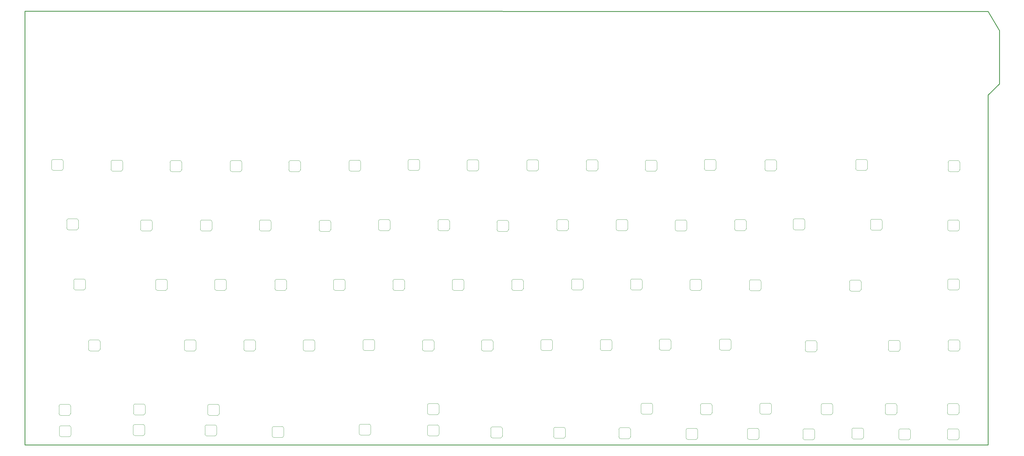
<source format=gko>
G04 Layer: BoardOutlineLayer*
G04 EasyEDA v6.5.48, 2025-03-21 03:43:35*
G04 8df40c406dd64a40a88ac0f89ec13ad7,969951738f564c6b9e5867b4eeab67b3,10*
G04 Gerber Generator version 0.2*
G04 Scale: 100 percent, Rotated: No, Reflected: No *
G04 Dimensions in inches *
G04 leading zeros omitted , absolute positions ,3 integer and 6 decimal *
%FSLAX36Y36*%
%MOIN*%

%ADD10C,0.0100*%
%ADD11C,0.0010*%
D10*
X12660000Y-2195000D02*
G01*
X12660000Y-2275000D01*
X255000Y-2275000D01*
X255000Y3252100D01*
X255000Y3310000D01*
X12660000Y2224400D02*
G01*
X12660000Y2230000D01*
X12805000Y2375000D01*
X12805000Y3060000D01*
X12805000Y3060000D01*
X12660000Y3307100D01*
X12660000Y2224400D02*
G01*
X12660000Y-2210000D01*
X255000Y3310000D02*
G01*
X12660000Y3307100D01*
D11*
G75*
G01*
X10905197Y-2177244D02*
G03*
X10924882Y-2200866I23620J-330D01*
X10924881Y-2200866D02*
G01*
X11035118Y-2200866D01*
G75*
G01*
X11035118Y-2200866D02*
G03*
X11054803Y-2177244I-3935J23292D01*
X11054803Y-2177244D02*
G01*
X11054803Y-2177244D01*
X11054803Y-2177244D02*
G01*
X11054803Y-2082755D01*
G75*
G01*
X11054803Y-2082756D02*
G03*
X11035118Y-2059134I-23620J330D01*
X11035118Y-2059133D02*
G01*
X10924881Y-2059133D01*
G75*
G01*
X10924882Y-2059134D02*
G03*
X10905197Y-2082756I3935J-23292D01*
X10905196Y-2082755D02*
G01*
X10905196Y-2177244D01*
G75*
G01*
X11510197Y-2187244D02*
G03*
X11529882Y-2210866I23620J-330D01*
X11529881Y-2210866D02*
G01*
X11640118Y-2210866D01*
G75*
G01*
X11640118Y-2210866D02*
G03*
X11659803Y-2187244I-3935J23292D01*
X11659803Y-2187244D02*
G01*
X11659803Y-2187244D01*
X11659803Y-2187244D02*
G01*
X11659803Y-2092755D01*
G75*
G01*
X11659803Y-2092756D02*
G03*
X11640118Y-2069134I-23620J330D01*
X11640118Y-2069133D02*
G01*
X11529881Y-2069133D01*
G75*
G01*
X11529882Y-2069134D02*
G03*
X11510197Y-2092756I3935J-23292D01*
X11510196Y-2092755D02*
G01*
X11510196Y-2187244D01*
G75*
G01*
X1650197Y-2132244D02*
G03*
X1669882Y-2155866I23620J-330D01*
X1669881Y-2155866D02*
G01*
X1780118Y-2155866D01*
G75*
G01*
X1780118Y-2155866D02*
G03*
X1799803Y-2132244I-3935J23292D01*
X1799803Y-2132244D02*
G01*
X1799803Y-2132244D01*
X1799803Y-2132244D02*
G01*
X1799803Y-2037755D01*
G75*
G01*
X1799803Y-2037756D02*
G03*
X1780118Y-2014134I-23620J330D01*
X1780118Y-2014133D02*
G01*
X1669881Y-2014133D01*
G75*
G01*
X1669882Y-2014134D02*
G03*
X1650197Y-2037756I3935J-23292D01*
X1650196Y-2037755D02*
G01*
X1650196Y-2132244D01*
G75*
G01*
X2575197Y-2137244D02*
G03*
X2594882Y-2160866I23620J-330D01*
X2594881Y-2160866D02*
G01*
X2705118Y-2160866D01*
G75*
G01*
X2705118Y-2160866D02*
G03*
X2724803Y-2137244I-3935J23292D01*
X2724803Y-2137244D02*
G01*
X2724803Y-2137244D01*
X2724803Y-2137244D02*
G01*
X2724803Y-2042755D01*
G75*
G01*
X2724803Y-2042756D02*
G03*
X2705118Y-2019134I-23620J330D01*
X2705118Y-2019133D02*
G01*
X2594881Y-2019133D01*
G75*
G01*
X2594882Y-2019134D02*
G03*
X2575197Y-2042756I3935J-23292D01*
X2575196Y-2042755D02*
G01*
X2575196Y-2137244D01*
G75*
G01*
X3440197Y-2157244D02*
G03*
X3459882Y-2180866I23620J-330D01*
X3459881Y-2180866D02*
G01*
X3570118Y-2180866D01*
G75*
G01*
X3570118Y-2180866D02*
G03*
X3589803Y-2157244I-3935J23292D01*
X3589803Y-2157244D02*
G01*
X3589803Y-2157244D01*
X3589803Y-2157244D02*
G01*
X3589803Y-2062755D01*
G75*
G01*
X3589803Y-2062756D02*
G03*
X3570118Y-2039134I-23620J330D01*
X3570118Y-2039133D02*
G01*
X3459881Y-2039133D01*
G75*
G01*
X3459882Y-2039134D02*
G03*
X3440197Y-2062756I3935J-23292D01*
X3440196Y-2062755D02*
G01*
X3440196Y-2157244D01*
G75*
G01*
X4560197Y-2127244D02*
G03*
X4579882Y-2150866I23620J-330D01*
X4579881Y-2150866D02*
G01*
X4690118Y-2150866D01*
G75*
G01*
X4690118Y-2150866D02*
G03*
X4709803Y-2127244I-3935J23292D01*
X4709803Y-2127244D02*
G01*
X4709803Y-2127244D01*
X4709803Y-2127244D02*
G01*
X4709803Y-2032755D01*
G75*
G01*
X4709803Y-2032756D02*
G03*
X4690118Y-2009134I-23620J330D01*
X4690118Y-2009133D02*
G01*
X4579881Y-2009133D01*
G75*
G01*
X4579882Y-2009134D02*
G03*
X4560197Y-2032756I3935J-23292D01*
X4560196Y-2032755D02*
G01*
X4560196Y-2127244D01*
G75*
G01*
X5440197Y-2137244D02*
G03*
X5459882Y-2160866I23620J-330D01*
X5459881Y-2160866D02*
G01*
X5570118Y-2160866D01*
G75*
G01*
X5570118Y-2160866D02*
G03*
X5589803Y-2137244I-3935J23292D01*
X5589803Y-2137244D02*
G01*
X5589803Y-2137244D01*
X5589803Y-2137244D02*
G01*
X5589803Y-2042755D01*
G75*
G01*
X5589803Y-2042756D02*
G03*
X5570118Y-2019134I-23620J330D01*
X5570118Y-2019133D02*
G01*
X5459881Y-2019133D01*
G75*
G01*
X5459882Y-2019134D02*
G03*
X5440197Y-2042756I3935J-23292D01*
X5440196Y-2042755D02*
G01*
X5440196Y-2137244D01*
G75*
G01*
X6255197Y-2162244D02*
G03*
X6274882Y-2185866I23620J-330D01*
X6274881Y-2185866D02*
G01*
X6385118Y-2185866D01*
G75*
G01*
X6385118Y-2185866D02*
G03*
X6404803Y-2162244I-3935J23292D01*
X6404803Y-2162244D02*
G01*
X6404803Y-2162244D01*
X6404803Y-2162244D02*
G01*
X6404803Y-2067755D01*
G75*
G01*
X6404803Y-2067756D02*
G03*
X6385118Y-2044134I-23620J330D01*
X6385118Y-2044133D02*
G01*
X6274881Y-2044133D01*
G75*
G01*
X6274882Y-2044134D02*
G03*
X6255197Y-2067756I3935J-23292D01*
X6255196Y-2067755D02*
G01*
X6255196Y-2162244D01*
G75*
G01*
X7065197Y-2167244D02*
G03*
X7084882Y-2190866I23620J-330D01*
X7084881Y-2190866D02*
G01*
X7195118Y-2190866D01*
G75*
G01*
X7195118Y-2190866D02*
G03*
X7214803Y-2167244I-3935J23292D01*
X7214803Y-2167244D02*
G01*
X7214803Y-2167244D01*
X7214803Y-2167244D02*
G01*
X7214803Y-2072755D01*
G75*
G01*
X7214803Y-2072756D02*
G03*
X7195118Y-2049134I-23620J330D01*
X7195118Y-2049133D02*
G01*
X7084881Y-2049133D01*
G75*
G01*
X7084882Y-2049134D02*
G03*
X7065197Y-2072756I3935J-23292D01*
X7065196Y-2072755D02*
G01*
X7065196Y-2167244D01*
G75*
G01*
X7905197Y-2172244D02*
G03*
X7924882Y-2195866I23620J-330D01*
X7924881Y-2195866D02*
G01*
X8035118Y-2195866D01*
G75*
G01*
X8035118Y-2195866D02*
G03*
X8054803Y-2172244I-3935J23292D01*
X8054803Y-2172244D02*
G01*
X8054803Y-2172244D01*
X8054803Y-2172244D02*
G01*
X8054803Y-2077755D01*
G75*
G01*
X8054803Y-2077756D02*
G03*
X8035118Y-2054134I-23620J330D01*
X8035118Y-2054133D02*
G01*
X7924881Y-2054133D01*
G75*
G01*
X7924882Y-2054134D02*
G03*
X7905197Y-2077756I3935J-23292D01*
X7905196Y-2077755D02*
G01*
X7905196Y-2172244D01*
G75*
G01*
X8770197Y-2182244D02*
G03*
X8789882Y-2205866I23620J-330D01*
X8789881Y-2205866D02*
G01*
X8900118Y-2205866D01*
G75*
G01*
X8900118Y-2205866D02*
G03*
X8919803Y-2182244I-3935J23292D01*
X8919803Y-2182244D02*
G01*
X8919803Y-2182244D01*
X8919803Y-2182244D02*
G01*
X8919803Y-2087755D01*
G75*
G01*
X8919803Y-2087756D02*
G03*
X8900118Y-2064134I-23620J330D01*
X8900118Y-2064133D02*
G01*
X8789881Y-2064133D01*
G75*
G01*
X8789882Y-2064134D02*
G03*
X8770197Y-2087756I3935J-23292D01*
X8770196Y-2087755D02*
G01*
X8770196Y-2182244D01*
G75*
G01*
X9560197Y-2182244D02*
G03*
X9579882Y-2205866I23620J-330D01*
X9579881Y-2205866D02*
G01*
X9690118Y-2205866D01*
G75*
G01*
X9690118Y-2205866D02*
G03*
X9709803Y-2182244I-3935J23292D01*
X9709803Y-2182244D02*
G01*
X9709803Y-2182244D01*
X9709803Y-2182244D02*
G01*
X9709803Y-2087755D01*
G75*
G01*
X9709803Y-2087756D02*
G03*
X9690118Y-2064134I-23620J330D01*
X9690118Y-2064133D02*
G01*
X9579881Y-2064133D01*
G75*
G01*
X9579882Y-2064134D02*
G03*
X9560197Y-2087756I3935J-23292D01*
X9560196Y-2087755D02*
G01*
X9560196Y-2182244D01*
G75*
G01*
X10275197Y-2187244D02*
G03*
X10294882Y-2210866I23620J-330D01*
X10294881Y-2210866D02*
G01*
X10405118Y-2210866D01*
G75*
G01*
X10405118Y-2210866D02*
G03*
X10424803Y-2187244I-3935J23292D01*
X10424803Y-2187244D02*
G01*
X10424803Y-2187244D01*
X10424803Y-2187244D02*
G01*
X10424803Y-2092755D01*
G75*
G01*
X10424803Y-2092756D02*
G03*
X10405118Y-2069134I-23620J330D01*
X10405118Y-2069133D02*
G01*
X10294881Y-2069133D01*
G75*
G01*
X10294882Y-2069134D02*
G03*
X10275197Y-2092756I3935J-23292D01*
X10275196Y-2092755D02*
G01*
X10275196Y-2187244D01*
G75*
G01*
X12135197Y-2187244D02*
G03*
X12154882Y-2210866I23620J-330D01*
X12154881Y-2210866D02*
G01*
X12265118Y-2210866D01*
G75*
G01*
X12265118Y-2210866D02*
G03*
X12284803Y-2187244I-3935J23292D01*
X12284803Y-2187244D02*
G01*
X12284803Y-2187244D01*
X12284803Y-2187244D02*
G01*
X12284803Y-2092755D01*
G75*
G01*
X12284803Y-2092756D02*
G03*
X12265118Y-2069134I-23620J330D01*
X12265118Y-2069133D02*
G01*
X12154881Y-2069133D01*
G75*
G01*
X12154882Y-2069134D02*
G03*
X12135197Y-2092756I3935J-23292D01*
X12135196Y-2092755D02*
G01*
X12135196Y-2187244D01*
G75*
G01*
X700197Y-2147244D02*
G03*
X719882Y-2170866I23620J-330D01*
X719881Y-2170866D02*
G01*
X830118Y-2170866D01*
G75*
G01*
X830118Y-2170866D02*
G03*
X849803Y-2147244I-3935J23292D01*
X849803Y-2147244D02*
G01*
X849803Y-2147244D01*
X849803Y-2147244D02*
G01*
X849803Y-2052755D01*
G75*
G01*
X849803Y-2052756D02*
G03*
X830118Y-2029134I-23620J330D01*
X830118Y-2029133D02*
G01*
X719881Y-2029133D01*
G75*
G01*
X719882Y-2029134D02*
G03*
X700197Y-2052756I3935J-23292D01*
X700196Y-2052755D02*
G01*
X700196Y-2147244D01*
G75*
G01*
X1224803Y-1042244D02*
G02*
X1205118Y-1065866I-23620J-330D01*
X1205118Y-1065866D02*
G01*
X1094881Y-1065866D01*
G75*
G01*
X1094882Y-1065866D02*
G02*
X1075197Y-1042244I3935J23292D01*
X1075196Y-1042244D02*
G01*
X1075196Y-1042244D01*
X1075196Y-1042244D02*
G01*
X1075196Y-947755D01*
G75*
G01*
X1075197Y-947756D02*
G02*
X1094882Y-924134I23620J330D01*
X1094881Y-924133D02*
G01*
X1205118Y-924133D01*
G75*
G01*
X1205118Y-924134D02*
G02*
X1224803Y-947756I-3935J-23292D01*
X1224803Y-947755D02*
G01*
X1224803Y-1042244D01*
G75*
G01*
X2459803Y-1042244D02*
G02*
X2440118Y-1065866I-23620J-330D01*
X2440118Y-1065866D02*
G01*
X2329881Y-1065866D01*
G75*
G01*
X2329882Y-1065866D02*
G02*
X2310197Y-1042244I3935J23292D01*
X2310196Y-1042244D02*
G01*
X2310196Y-1042244D01*
X2310196Y-1042244D02*
G01*
X2310196Y-947755D01*
G75*
G01*
X2310197Y-947756D02*
G02*
X2329882Y-924134I23620J330D01*
X2329881Y-924133D02*
G01*
X2440118Y-924133D01*
G75*
G01*
X2440118Y-924134D02*
G02*
X2459803Y-947756I-3935J-23292D01*
X2459803Y-947755D02*
G01*
X2459803Y-1042244D01*
G75*
G01*
X12289803Y-257244D02*
G02*
X12270118Y-280866I-23620J-330D01*
X12270118Y-280866D02*
G01*
X12159881Y-280866D01*
G75*
G01*
X12159882Y-280866D02*
G02*
X12140197Y-257244I3935J23292D01*
X12140196Y-257244D02*
G01*
X12140196Y-257244D01*
X12140196Y-257244D02*
G01*
X12140196Y-162755D01*
G75*
G01*
X12140197Y-162756D02*
G02*
X12159882Y-139134I23620J330D01*
X12159881Y-139133D02*
G01*
X12270118Y-139133D01*
G75*
G01*
X12270118Y-139134D02*
G02*
X12289803Y-162756I-3935J-23292D01*
X12289803Y-162755D02*
G01*
X12289803Y-257244D01*
G75*
G01*
X2089803Y-262244D02*
G02*
X2070118Y-285866I-23620J-330D01*
X2070118Y-285866D02*
G01*
X1959881Y-285866D01*
G75*
G01*
X1959882Y-285866D02*
G02*
X1940197Y-262244I3935J23292D01*
X1940196Y-262244D02*
G01*
X1940196Y-262244D01*
X1940196Y-262244D02*
G01*
X1940196Y-167755D01*
G75*
G01*
X1940197Y-167756D02*
G02*
X1959882Y-144134I23620J330D01*
X1959881Y-144133D02*
G01*
X2070118Y-144133D01*
G75*
G01*
X2070118Y-144134D02*
G02*
X2089803Y-167756I-3935J-23292D01*
X2089803Y-167755D02*
G01*
X2089803Y-262244D01*
G75*
G01*
X1034803Y-257244D02*
G02*
X1015118Y-280866I-23620J-330D01*
X1015118Y-280866D02*
G01*
X904881Y-280866D01*
G75*
G01*
X904882Y-280866D02*
G02*
X885197Y-257244I3935J23292D01*
X885196Y-257244D02*
G01*
X885196Y-257244D01*
X885196Y-257244D02*
G01*
X885196Y-162755D01*
G75*
G01*
X885197Y-162756D02*
G02*
X904882Y-139134I23620J330D01*
X904881Y-139133D02*
G01*
X1015118Y-139133D01*
G75*
G01*
X1015118Y-139134D02*
G02*
X1034803Y-162756I-3935J-23292D01*
X1034803Y-162755D02*
G01*
X1034803Y-257244D01*
G75*
G01*
X12284803Y-1862244D02*
G02*
X12265118Y-1885866I-23620J-330D01*
X12265118Y-1885866D02*
G01*
X12154881Y-1885866D01*
G75*
G01*
X12154882Y-1885866D02*
G02*
X12135197Y-1862244I3935J23292D01*
X12135196Y-1862244D02*
G01*
X12135196Y-1862244D01*
X12135196Y-1862244D02*
G01*
X12135196Y-1767755D01*
G75*
G01*
X12135197Y-1767756D02*
G02*
X12154882Y-1744134I23620J330D01*
X12154881Y-1744133D02*
G01*
X12265118Y-1744133D01*
G75*
G01*
X12265118Y-1744134D02*
G02*
X12284803Y-1767756I-3935J-23292D01*
X12284803Y-1767755D02*
G01*
X12284803Y-1862244D01*
G75*
G01*
X11484803Y-1862244D02*
G02*
X11465118Y-1885866I-23620J-330D01*
X11465118Y-1885866D02*
G01*
X11354881Y-1885866D01*
G75*
G01*
X11354882Y-1885866D02*
G02*
X11335197Y-1862244I3935J23292D01*
X11335196Y-1862244D02*
G01*
X11335196Y-1862244D01*
X11335196Y-1862244D02*
G01*
X11335196Y-1767755D01*
G75*
G01*
X11335197Y-1767756D02*
G02*
X11354882Y-1744134I23620J330D01*
X11354881Y-1744133D02*
G01*
X11465118Y-1744133D01*
G75*
G01*
X11465118Y-1744134D02*
G02*
X11484803Y-1767756I-3935J-23292D01*
X11484803Y-1767755D02*
G01*
X11484803Y-1862244D01*
G75*
G01*
X10659803Y-1862244D02*
G02*
X10640118Y-1885866I-23620J-330D01*
X10640118Y-1885866D02*
G01*
X10529881Y-1885866D01*
G75*
G01*
X10529882Y-1885866D02*
G02*
X10510197Y-1862244I3935J23292D01*
X10510196Y-1862244D02*
G01*
X10510196Y-1862244D01*
X10510196Y-1862244D02*
G01*
X10510196Y-1767755D01*
G75*
G01*
X10510197Y-1767756D02*
G02*
X10529882Y-1744134I23620J330D01*
X10529881Y-1744133D02*
G01*
X10640118Y-1744133D01*
G75*
G01*
X10640118Y-1744134D02*
G02*
X10659803Y-1767756I-3935J-23292D01*
X10659803Y-1767755D02*
G01*
X10659803Y-1862244D01*
G75*
G01*
X9869803Y-1857244D02*
G02*
X9850118Y-1880866I-23620J-330D01*
X9850118Y-1880866D02*
G01*
X9739881Y-1880866D01*
G75*
G01*
X9739882Y-1880866D02*
G02*
X9720197Y-1857244I3935J23292D01*
X9720196Y-1857244D02*
G01*
X9720196Y-1857244D01*
X9720196Y-1857244D02*
G01*
X9720196Y-1762755D01*
G75*
G01*
X9720197Y-1762756D02*
G02*
X9739882Y-1739134I23620J330D01*
X9739881Y-1739133D02*
G01*
X9850118Y-1739133D01*
G75*
G01*
X9850118Y-1739134D02*
G02*
X9869803Y-1762756I-3935J-23292D01*
X9869803Y-1762755D02*
G01*
X9869803Y-1857244D01*
G75*
G01*
X9104803Y-1862244D02*
G02*
X9085118Y-1885866I-23620J-330D01*
X9085118Y-1885866D02*
G01*
X8974881Y-1885866D01*
G75*
G01*
X8974882Y-1885866D02*
G02*
X8955197Y-1862244I3935J23292D01*
X8955196Y-1862244D02*
G01*
X8955196Y-1862244D01*
X8955196Y-1862244D02*
G01*
X8955196Y-1767755D01*
G75*
G01*
X8955197Y-1767756D02*
G02*
X8974882Y-1744134I23620J330D01*
X8974881Y-1744133D02*
G01*
X9085118Y-1744133D01*
G75*
G01*
X9085118Y-1744134D02*
G02*
X9104803Y-1767756I-3935J-23292D01*
X9104803Y-1767755D02*
G01*
X9104803Y-1862244D01*
G75*
G01*
X8339803Y-1857244D02*
G02*
X8320118Y-1880866I-23620J-330D01*
X8320118Y-1880866D02*
G01*
X8209881Y-1880866D01*
G75*
G01*
X8209882Y-1880866D02*
G02*
X8190197Y-1857244I3935J23292D01*
X8190196Y-1857244D02*
G01*
X8190196Y-1857244D01*
X8190196Y-1857244D02*
G01*
X8190196Y-1762755D01*
G75*
G01*
X8190197Y-1762756D02*
G02*
X8209882Y-1739134I23620J330D01*
X8209881Y-1739133D02*
G01*
X8320118Y-1739133D01*
G75*
G01*
X8320118Y-1739134D02*
G02*
X8339803Y-1762756I-3935J-23292D01*
X8339803Y-1762755D02*
G01*
X8339803Y-1857244D01*
G75*
G01*
X5589803Y-1862244D02*
G02*
X5570118Y-1885866I-23620J-330D01*
X5570118Y-1885866D02*
G01*
X5459881Y-1885866D01*
G75*
G01*
X5459882Y-1885866D02*
G02*
X5440197Y-1862244I3935J23292D01*
X5440196Y-1862244D02*
G01*
X5440196Y-1862244D01*
X5440196Y-1862244D02*
G01*
X5440196Y-1767755D01*
G75*
G01*
X5440197Y-1767756D02*
G02*
X5459882Y-1744134I23620J330D01*
X5459881Y-1744133D02*
G01*
X5570118Y-1744133D01*
G75*
G01*
X5570118Y-1744134D02*
G02*
X5589803Y-1767756I-3935J-23292D01*
X5589803Y-1767755D02*
G01*
X5589803Y-1862244D01*
G75*
G01*
X2759803Y-1872244D02*
G02*
X2740118Y-1895866I-23620J-330D01*
X2740118Y-1895866D02*
G01*
X2629881Y-1895866D01*
G75*
G01*
X2629882Y-1895866D02*
G02*
X2610197Y-1872244I3935J23292D01*
X2610196Y-1872244D02*
G01*
X2610196Y-1872244D01*
X2610196Y-1872244D02*
G01*
X2610196Y-1777755D01*
G75*
G01*
X2610197Y-1777756D02*
G02*
X2629882Y-1754134I23620J330D01*
X2629881Y-1754133D02*
G01*
X2740118Y-1754133D01*
G75*
G01*
X2740118Y-1754134D02*
G02*
X2759803Y-1777756I-3935J-23292D01*
X2759803Y-1777755D02*
G01*
X2759803Y-1872244D01*
G75*
G01*
X1804803Y-1867244D02*
G02*
X1785118Y-1890866I-23620J-330D01*
X1785118Y-1890866D02*
G01*
X1674881Y-1890866D01*
G75*
G01*
X1674882Y-1890866D02*
G02*
X1655197Y-1867244I3935J23292D01*
X1655196Y-1867244D02*
G01*
X1655196Y-1867244D01*
X1655196Y-1867244D02*
G01*
X1655196Y-1772755D01*
G75*
G01*
X1655197Y-1772756D02*
G02*
X1674882Y-1749134I23620J330D01*
X1674881Y-1749133D02*
G01*
X1785118Y-1749133D01*
G75*
G01*
X1785118Y-1749134D02*
G02*
X1804803Y-1772756I-3935J-23292D01*
X1804803Y-1772755D02*
G01*
X1804803Y-1867244D01*
G75*
G01*
X844803Y-1872244D02*
G02*
X825118Y-1895866I-23620J-330D01*
X825118Y-1895866D02*
G01*
X714881Y-1895866D01*
G75*
G01*
X714882Y-1895866D02*
G02*
X695197Y-1872244I3935J23292D01*
X695196Y-1872244D02*
G01*
X695196Y-1872244D01*
X695196Y-1872244D02*
G01*
X695196Y-1777755D01*
G75*
G01*
X695197Y-1777756D02*
G02*
X714882Y-1754134I23620J330D01*
X714881Y-1754133D02*
G01*
X825118Y-1754133D01*
G75*
G01*
X825118Y-1754134D02*
G02*
X844803Y-1777756I-3935J-23292D01*
X844803Y-1777755D02*
G01*
X844803Y-1872244D01*
G75*
G01*
X3224803Y-1042244D02*
G02*
X3205118Y-1065866I-23620J-330D01*
X3205118Y-1065866D02*
G01*
X3094881Y-1065866D01*
G75*
G01*
X3094882Y-1065866D02*
G02*
X3075197Y-1042244I3935J23292D01*
X3075196Y-1042244D02*
G01*
X3075196Y-1042244D01*
X3075196Y-1042244D02*
G01*
X3075196Y-947755D01*
G75*
G01*
X3075197Y-947756D02*
G02*
X3094882Y-924134I23620J330D01*
X3094881Y-924133D02*
G01*
X3205118Y-924133D01*
G75*
G01*
X3205118Y-924134D02*
G02*
X3224803Y-947756I-3935J-23292D01*
X3224803Y-947755D02*
G01*
X3224803Y-1042244D01*
G75*
G01*
X3989803Y-1042244D02*
G02*
X3970118Y-1065866I-23620J-330D01*
X3970118Y-1065866D02*
G01*
X3859881Y-1065866D01*
G75*
G01*
X3859882Y-1065866D02*
G02*
X3840197Y-1042244I3935J23292D01*
X3840196Y-1042244D02*
G01*
X3840196Y-1042244D01*
X3840196Y-1042244D02*
G01*
X3840196Y-947755D01*
G75*
G01*
X3840197Y-947756D02*
G02*
X3859882Y-924134I23620J330D01*
X3859881Y-924133D02*
G01*
X3970118Y-924133D01*
G75*
G01*
X3970118Y-924134D02*
G02*
X3989803Y-947756I-3935J-23292D01*
X3989803Y-947755D02*
G01*
X3989803Y-1042244D01*
G75*
G01*
X4759803Y-1037244D02*
G02*
X4740118Y-1060866I-23620J-330D01*
X4740118Y-1060866D02*
G01*
X4629881Y-1060866D01*
G75*
G01*
X4629882Y-1060866D02*
G02*
X4610197Y-1037244I3935J23292D01*
X4610196Y-1037244D02*
G01*
X4610196Y-1037244D01*
X4610196Y-1037244D02*
G01*
X4610196Y-942755D01*
G75*
G01*
X4610197Y-942756D02*
G02*
X4629882Y-919134I23620J330D01*
X4629881Y-919133D02*
G01*
X4740118Y-919133D01*
G75*
G01*
X4740118Y-919134D02*
G02*
X4759803Y-942756I-3935J-23292D01*
X4759803Y-942755D02*
G01*
X4759803Y-1037244D01*
G75*
G01*
X5524803Y-1042244D02*
G02*
X5505118Y-1065866I-23620J-330D01*
X5505118Y-1065866D02*
G01*
X5394881Y-1065866D01*
G75*
G01*
X5394882Y-1065866D02*
G02*
X5375197Y-1042244I3935J23292D01*
X5375196Y-1042244D02*
G01*
X5375196Y-1042244D01*
X5375196Y-1042244D02*
G01*
X5375196Y-947755D01*
G75*
G01*
X5375197Y-947756D02*
G02*
X5394882Y-924134I23620J330D01*
X5394881Y-924133D02*
G01*
X5505118Y-924133D01*
G75*
G01*
X5505118Y-924134D02*
G02*
X5524803Y-947756I-3935J-23292D01*
X5524803Y-947755D02*
G01*
X5524803Y-1042244D01*
G75*
G01*
X6284803Y-1042244D02*
G02*
X6265118Y-1065866I-23620J-330D01*
X6265118Y-1065866D02*
G01*
X6154881Y-1065866D01*
G75*
G01*
X6154882Y-1065866D02*
G02*
X6135197Y-1042244I3935J23292D01*
X6135196Y-1042244D02*
G01*
X6135196Y-1042244D01*
X6135196Y-1042244D02*
G01*
X6135196Y-947755D01*
G75*
G01*
X6135197Y-947756D02*
G02*
X6154882Y-924134I23620J330D01*
X6154881Y-924133D02*
G01*
X6265118Y-924133D01*
G75*
G01*
X6265118Y-924134D02*
G02*
X6284803Y-947756I-3935J-23292D01*
X6284803Y-947755D02*
G01*
X6284803Y-1042244D01*
G75*
G01*
X7049803Y-1037244D02*
G02*
X7030118Y-1060866I-23620J-330D01*
X7030118Y-1060866D02*
G01*
X6919881Y-1060866D01*
G75*
G01*
X6919882Y-1060866D02*
G02*
X6900197Y-1037244I3935J23292D01*
X6900196Y-1037244D02*
G01*
X6900196Y-1037244D01*
X6900196Y-1037244D02*
G01*
X6900196Y-942755D01*
G75*
G01*
X6900197Y-942756D02*
G02*
X6919882Y-919134I23620J330D01*
X6919881Y-919133D02*
G01*
X7030118Y-919133D01*
G75*
G01*
X7030118Y-919134D02*
G02*
X7049803Y-942756I-3935J-23292D01*
X7049803Y-942755D02*
G01*
X7049803Y-1037244D01*
G75*
G01*
X7814803Y-1037244D02*
G02*
X7795118Y-1060866I-23620J-330D01*
X7795118Y-1060866D02*
G01*
X7684881Y-1060866D01*
G75*
G01*
X7684882Y-1060866D02*
G02*
X7665197Y-1037244I3935J23292D01*
X7665196Y-1037244D02*
G01*
X7665196Y-1037244D01*
X7665196Y-1037244D02*
G01*
X7665196Y-942755D01*
G75*
G01*
X7665197Y-942756D02*
G02*
X7684882Y-919134I23620J330D01*
X7684881Y-919133D02*
G01*
X7795118Y-919133D01*
G75*
G01*
X7795118Y-919134D02*
G02*
X7814803Y-942756I-3935J-23292D01*
X7814803Y-942755D02*
G01*
X7814803Y-1037244D01*
G75*
G01*
X8574803Y-1032244D02*
G02*
X8555118Y-1055866I-23620J-330D01*
X8555118Y-1055866D02*
G01*
X8444881Y-1055866D01*
G75*
G01*
X8444882Y-1055866D02*
G02*
X8425197Y-1032244I3935J23292D01*
X8425196Y-1032244D02*
G01*
X8425196Y-1032244D01*
X8425196Y-1032244D02*
G01*
X8425196Y-937755D01*
G75*
G01*
X8425197Y-937756D02*
G02*
X8444882Y-914134I23620J330D01*
X8444881Y-914133D02*
G01*
X8555118Y-914133D01*
G75*
G01*
X8555118Y-914134D02*
G02*
X8574803Y-937756I-3935J-23292D01*
X8574803Y-937755D02*
G01*
X8574803Y-1032244D01*
G75*
G01*
X9349803Y-1032244D02*
G02*
X9330118Y-1055866I-23620J-330D01*
X9330118Y-1055866D02*
G01*
X9219881Y-1055866D01*
G75*
G01*
X9219882Y-1055866D02*
G02*
X9200197Y-1032244I3935J23292D01*
X9200196Y-1032244D02*
G01*
X9200196Y-1032244D01*
X9200196Y-1032244D02*
G01*
X9200196Y-937755D01*
G75*
G01*
X9200197Y-937756D02*
G02*
X9219882Y-914134I23620J330D01*
X9219881Y-914133D02*
G01*
X9330118Y-914133D01*
G75*
G01*
X9330118Y-914134D02*
G02*
X9349803Y-937756I-3935J-23292D01*
X9349803Y-937755D02*
G01*
X9349803Y-1032244D01*
G75*
G01*
X10454803Y-1052244D02*
G02*
X10435118Y-1075866I-23620J-330D01*
X10435118Y-1075866D02*
G01*
X10324881Y-1075866D01*
G75*
G01*
X10324882Y-1075866D02*
G02*
X10305197Y-1052244I3935J23292D01*
X10305196Y-1052244D02*
G01*
X10305196Y-1052244D01*
X10305196Y-1052244D02*
G01*
X10305196Y-957755D01*
G75*
G01*
X10305197Y-957756D02*
G02*
X10324882Y-934134I23620J330D01*
X10324881Y-934133D02*
G01*
X10435118Y-934133D01*
G75*
G01*
X10435118Y-934134D02*
G02*
X10454803Y-957756I-3935J-23292D01*
X10454803Y-957755D02*
G01*
X10454803Y-1052244D01*
G75*
G01*
X11524803Y-1047244D02*
G02*
X11505118Y-1070866I-23620J-330D01*
X11505118Y-1070866D02*
G01*
X11394881Y-1070866D01*
G75*
G01*
X11394882Y-1070866D02*
G02*
X11375197Y-1047244I3935J23292D01*
X11375196Y-1047244D02*
G01*
X11375196Y-1047244D01*
X11375196Y-1047244D02*
G01*
X11375196Y-952755D01*
G75*
G01*
X11375197Y-952756D02*
G02*
X11394882Y-929134I23620J330D01*
X11394881Y-929133D02*
G01*
X11505118Y-929133D01*
G75*
G01*
X11505118Y-929134D02*
G02*
X11524803Y-952756I-3935J-23292D01*
X11524803Y-952755D02*
G01*
X11524803Y-1047244D01*
G75*
G01*
X11024803Y-272244D02*
G02*
X11005118Y-295866I-23620J-330D01*
X11005118Y-295866D02*
G01*
X10894881Y-295866D01*
G75*
G01*
X10894882Y-295866D02*
G02*
X10875197Y-272244I3935J23292D01*
X10875196Y-272244D02*
G01*
X10875196Y-272244D01*
X10875196Y-272244D02*
G01*
X10875196Y-177755D01*
G75*
G01*
X10875197Y-177756D02*
G02*
X10894882Y-154134I23620J330D01*
X10894881Y-154133D02*
G01*
X11005118Y-154133D01*
G75*
G01*
X11005118Y-154134D02*
G02*
X11024803Y-177756I-3935J-23292D01*
X11024803Y-177755D02*
G01*
X11024803Y-272244D01*
G75*
G01*
X9734803Y-267244D02*
G02*
X9715118Y-290866I-23620J-330D01*
X9715118Y-290866D02*
G01*
X9604881Y-290866D01*
G75*
G01*
X9604882Y-290866D02*
G02*
X9585197Y-267244I3935J23292D01*
X9585196Y-267244D02*
G01*
X9585196Y-267244D01*
X9585196Y-267244D02*
G01*
X9585196Y-172755D01*
G75*
G01*
X9585197Y-172756D02*
G02*
X9604882Y-149134I23620J330D01*
X9604881Y-149133D02*
G01*
X9715118Y-149133D01*
G75*
G01*
X9715118Y-149134D02*
G02*
X9734803Y-172756I-3935J-23292D01*
X9734803Y-172755D02*
G01*
X9734803Y-267244D01*
G75*
G01*
X8969803Y-262244D02*
G02*
X8950118Y-285866I-23620J-330D01*
X8950118Y-285866D02*
G01*
X8839881Y-285866D01*
G75*
G01*
X8839882Y-285866D02*
G02*
X8820197Y-262244I3935J23292D01*
X8820196Y-262244D02*
G01*
X8820196Y-262244D01*
X8820196Y-262244D02*
G01*
X8820196Y-167755D01*
G75*
G01*
X8820197Y-167756D02*
G02*
X8839882Y-144134I23620J330D01*
X8839881Y-144133D02*
G01*
X8950118Y-144133D01*
G75*
G01*
X8950118Y-144134D02*
G02*
X8969803Y-167756I-3935J-23292D01*
X8969803Y-167755D02*
G01*
X8969803Y-262244D01*
G75*
G01*
X8204803Y-257244D02*
G02*
X8185118Y-280866I-23620J-330D01*
X8185118Y-280866D02*
G01*
X8074881Y-280866D01*
G75*
G01*
X8074882Y-280866D02*
G02*
X8055197Y-257244I3935J23292D01*
X8055196Y-257244D02*
G01*
X8055196Y-257244D01*
X8055196Y-257244D02*
G01*
X8055196Y-162755D01*
G75*
G01*
X8055197Y-162756D02*
G02*
X8074882Y-139134I23620J330D01*
X8074881Y-139133D02*
G01*
X8185118Y-139133D01*
G75*
G01*
X8185118Y-139134D02*
G02*
X8204803Y-162756I-3935J-23292D01*
X8204803Y-162755D02*
G01*
X8204803Y-257244D01*
G75*
G01*
X7444803Y-257244D02*
G02*
X7425118Y-280866I-23620J-330D01*
X7425118Y-280866D02*
G01*
X7314881Y-280866D01*
G75*
G01*
X7314882Y-280866D02*
G02*
X7295197Y-257244I3935J23292D01*
X7295196Y-257244D02*
G01*
X7295196Y-257244D01*
X7295196Y-257244D02*
G01*
X7295196Y-162755D01*
G75*
G01*
X7295197Y-162756D02*
G02*
X7314882Y-139134I23620J330D01*
X7314881Y-139133D02*
G01*
X7425118Y-139133D01*
G75*
G01*
X7425118Y-139134D02*
G02*
X7444803Y-162756I-3935J-23292D01*
X7444803Y-162755D02*
G01*
X7444803Y-257244D01*
G75*
G01*
X6674803Y-262244D02*
G02*
X6655118Y-285866I-23620J-330D01*
X6655118Y-285866D02*
G01*
X6544881Y-285866D01*
G75*
G01*
X6544882Y-285866D02*
G02*
X6525197Y-262244I3935J23292D01*
X6525196Y-262244D02*
G01*
X6525196Y-262244D01*
X6525196Y-262244D02*
G01*
X6525196Y-167755D01*
G75*
G01*
X6525197Y-167756D02*
G02*
X6544882Y-144134I23620J330D01*
X6544881Y-144133D02*
G01*
X6655118Y-144133D01*
G75*
G01*
X6655118Y-144134D02*
G02*
X6674803Y-167756I-3935J-23292D01*
X6674803Y-167755D02*
G01*
X6674803Y-262244D01*
G75*
G01*
X5909803Y-262244D02*
G02*
X5890118Y-285866I-23620J-330D01*
X5890118Y-285866D02*
G01*
X5779881Y-285866D01*
G75*
G01*
X5779882Y-285866D02*
G02*
X5760197Y-262244I3935J23292D01*
X5760196Y-262244D02*
G01*
X5760196Y-262244D01*
X5760196Y-262244D02*
G01*
X5760196Y-167755D01*
G75*
G01*
X5760197Y-167756D02*
G02*
X5779882Y-144134I23620J330D01*
X5779881Y-144133D02*
G01*
X5890118Y-144133D01*
G75*
G01*
X5890118Y-144134D02*
G02*
X5909803Y-167756I-3935J-23292D01*
X5909803Y-167755D02*
G01*
X5909803Y-262244D01*
G75*
G01*
X5144803Y-262244D02*
G02*
X5125118Y-285866I-23620J-330D01*
X5125118Y-285866D02*
G01*
X5014881Y-285866D01*
G75*
G01*
X5014882Y-285866D02*
G02*
X4995197Y-262244I3935J23292D01*
X4995196Y-262244D02*
G01*
X4995196Y-262244D01*
X4995196Y-262244D02*
G01*
X4995196Y-167755D01*
G75*
G01*
X4995197Y-167756D02*
G02*
X5014882Y-144134I23620J330D01*
X5014881Y-144133D02*
G01*
X5125118Y-144133D01*
G75*
G01*
X5125118Y-144134D02*
G02*
X5144803Y-167756I-3935J-23292D01*
X5144803Y-167755D02*
G01*
X5144803Y-262244D01*
G75*
G01*
X4379803Y-262244D02*
G02*
X4360118Y-285866I-23620J-330D01*
X4360118Y-285866D02*
G01*
X4249881Y-285866D01*
G75*
G01*
X4249882Y-285866D02*
G02*
X4230197Y-262244I3935J23292D01*
X4230196Y-262244D02*
G01*
X4230196Y-262244D01*
X4230196Y-262244D02*
G01*
X4230196Y-167755D01*
G75*
G01*
X4230197Y-167756D02*
G02*
X4249882Y-144134I23620J330D01*
X4249881Y-144133D02*
G01*
X4360118Y-144133D01*
G75*
G01*
X4360118Y-144134D02*
G02*
X4379803Y-167756I-3935J-23292D01*
X4379803Y-167755D02*
G01*
X4379803Y-262244D01*
G75*
G01*
X3624803Y-262244D02*
G02*
X3605118Y-285866I-23620J-330D01*
X3605118Y-285866D02*
G01*
X3494881Y-285866D01*
G75*
G01*
X3494882Y-285866D02*
G02*
X3475197Y-262244I3935J23292D01*
X3475196Y-262244D02*
G01*
X3475196Y-262244D01*
X3475196Y-262244D02*
G01*
X3475196Y-167755D01*
G75*
G01*
X3475197Y-167756D02*
G02*
X3494882Y-144134I23620J330D01*
X3494881Y-144133D02*
G01*
X3605118Y-144133D01*
G75*
G01*
X3605118Y-144134D02*
G02*
X3624803Y-167756I-3935J-23292D01*
X3624803Y-167755D02*
G01*
X3624803Y-262244D01*
G75*
G01*
X2849803Y-262244D02*
G02*
X2830118Y-285866I-23620J-330D01*
X2830118Y-285866D02*
G01*
X2719881Y-285866D01*
G75*
G01*
X2719882Y-285866D02*
G02*
X2700197Y-262244I3935J23292D01*
X2700196Y-262244D02*
G01*
X2700196Y-262244D01*
X2700196Y-262244D02*
G01*
X2700196Y-167755D01*
G75*
G01*
X2700197Y-167756D02*
G02*
X2719882Y-144134I23620J330D01*
X2719881Y-144133D02*
G01*
X2830118Y-144133D01*
G75*
G01*
X2830118Y-144134D02*
G02*
X2849803Y-167756I-3935J-23292D01*
X2849803Y-167755D02*
G01*
X2849803Y-262244D01*
G75*
G01*
X944803Y517756D02*
G02*
X925118Y494134I-23620J-330D01*
X925118Y494133D02*
G01*
X814881Y494133D01*
G75*
G01*
X814882Y494134D02*
G02*
X795197Y517756I3935J23292D01*
X795196Y517755D02*
G01*
X795196Y517755D01*
X795196Y517755D02*
G01*
X795196Y612244D01*
G75*
G01*
X795197Y612244D02*
G02*
X814882Y635866I23620J330D01*
X814881Y635866D02*
G01*
X925118Y635866D01*
G75*
G01*
X925118Y635866D02*
G02*
X944803Y612244I-3935J-23292D01*
X944803Y612244D02*
G01*
X944803Y517755D01*
G75*
G01*
X12294803Y-1042244D02*
G02*
X12275118Y-1065866I-23620J-330D01*
X12275118Y-1065866D02*
G01*
X12164881Y-1065866D01*
G75*
G01*
X12164882Y-1065866D02*
G02*
X12145197Y-1042244I3935J23292D01*
X12145196Y-1042244D02*
G01*
X12145196Y-1042244D01*
X12145196Y-1042244D02*
G01*
X12145196Y-947755D01*
G75*
G01*
X12145197Y-947756D02*
G02*
X12164882Y-924134I23620J330D01*
X12164881Y-924133D02*
G01*
X12275118Y-924133D01*
G75*
G01*
X12275118Y-924134D02*
G02*
X12294803Y-947756I-3935J-23292D01*
X12294803Y-947755D02*
G01*
X12294803Y-1042244D01*
G75*
G01*
X1894803Y502756D02*
G02*
X1875118Y479134I-23620J-330D01*
X1875118Y479133D02*
G01*
X1764881Y479133D01*
G75*
G01*
X1764882Y479134D02*
G02*
X1745197Y502756I3935J23292D01*
X1745196Y502755D02*
G01*
X1745196Y502755D01*
X1745196Y502755D02*
G01*
X1745196Y597244D01*
G75*
G01*
X1745197Y597244D02*
G02*
X1764882Y620866I23620J330D01*
X1764881Y620866D02*
G01*
X1875118Y620866D01*
G75*
G01*
X1875118Y620866D02*
G02*
X1894803Y597244I-3935J-23292D01*
X1894803Y597244D02*
G01*
X1894803Y502755D01*
G75*
G01*
X2664803Y502756D02*
G02*
X2645118Y479134I-23620J-330D01*
X2645118Y479133D02*
G01*
X2534881Y479133D01*
G75*
G01*
X2534882Y479134D02*
G02*
X2515197Y502756I3935J23292D01*
X2515196Y502755D02*
G01*
X2515196Y502755D01*
X2515196Y502755D02*
G01*
X2515196Y597244D01*
G75*
G01*
X2515197Y597244D02*
G02*
X2534882Y620866I23620J330D01*
X2534881Y620866D02*
G01*
X2645118Y620866D01*
G75*
G01*
X2645118Y620866D02*
G02*
X2664803Y597244I-3935J-23292D01*
X2664803Y597244D02*
G01*
X2664803Y502755D01*
G75*
G01*
X3424803Y502756D02*
G02*
X3405118Y479134I-23620J-330D01*
X3405118Y479133D02*
G01*
X3294881Y479133D01*
G75*
G01*
X3294882Y479134D02*
G02*
X3275197Y502756I3935J23292D01*
X3275196Y502755D02*
G01*
X3275196Y502755D01*
X3275196Y502755D02*
G01*
X3275196Y597244D01*
G75*
G01*
X3275197Y597244D02*
G02*
X3294882Y620866I23620J330D01*
X3294881Y620866D02*
G01*
X3405118Y620866D01*
G75*
G01*
X3405118Y620866D02*
G02*
X3424803Y597244I-3935J-23292D01*
X3424803Y597244D02*
G01*
X3424803Y502755D01*
G75*
G01*
X4194803Y497756D02*
G02*
X4175118Y474134I-23620J-330D01*
X4175118Y474133D02*
G01*
X4064881Y474133D01*
G75*
G01*
X4064882Y474134D02*
G02*
X4045197Y497756I3935J23292D01*
X4045196Y497755D02*
G01*
X4045196Y497755D01*
X4045196Y497755D02*
G01*
X4045196Y592244D01*
G75*
G01*
X4045197Y592244D02*
G02*
X4064882Y615866I23620J330D01*
X4064881Y615866D02*
G01*
X4175118Y615866D01*
G75*
G01*
X4175118Y615866D02*
G02*
X4194803Y592244I-3935J-23292D01*
X4194803Y592244D02*
G01*
X4194803Y497755D01*
G75*
G01*
X4959803Y507756D02*
G02*
X4940118Y484134I-23620J-330D01*
X4940118Y484133D02*
G01*
X4829881Y484133D01*
G75*
G01*
X4829882Y484134D02*
G02*
X4810197Y507756I3935J23292D01*
X4810196Y507755D02*
G01*
X4810196Y507755D01*
X4810196Y507755D02*
G01*
X4810196Y602244D01*
G75*
G01*
X4810197Y602244D02*
G02*
X4829882Y625866I23620J330D01*
X4829881Y625866D02*
G01*
X4940118Y625866D01*
G75*
G01*
X4940118Y625866D02*
G02*
X4959803Y602244I-3935J-23292D01*
X4959803Y602244D02*
G01*
X4959803Y507755D01*
G75*
G01*
X5724803Y507756D02*
G02*
X5705118Y484134I-23620J-330D01*
X5705118Y484133D02*
G01*
X5594881Y484133D01*
G75*
G01*
X5594882Y484134D02*
G02*
X5575197Y507756I3935J23292D01*
X5575196Y507755D02*
G01*
X5575196Y507755D01*
X5575196Y507755D02*
G01*
X5575196Y602244D01*
G75*
G01*
X5575197Y602244D02*
G02*
X5594882Y625866I23620J330D01*
X5594881Y625866D02*
G01*
X5705118Y625866D01*
G75*
G01*
X5705118Y625866D02*
G02*
X5724803Y602244I-3935J-23292D01*
X5724803Y602244D02*
G01*
X5724803Y507755D01*
G75*
G01*
X6484803Y497756D02*
G02*
X6465118Y474134I-23620J-330D01*
X6465118Y474133D02*
G01*
X6354881Y474133D01*
G75*
G01*
X6354882Y474134D02*
G02*
X6335197Y497756I3935J23292D01*
X6335196Y497755D02*
G01*
X6335196Y497755D01*
X6335196Y497755D02*
G01*
X6335196Y592244D01*
G75*
G01*
X6335197Y592244D02*
G02*
X6354882Y615866I23620J330D01*
X6354881Y615866D02*
G01*
X6465118Y615866D01*
G75*
G01*
X6465118Y615866D02*
G02*
X6484803Y592244I-3935J-23292D01*
X6484803Y592244D02*
G01*
X6484803Y497755D01*
G75*
G01*
X7254803Y507756D02*
G02*
X7235118Y484134I-23620J-330D01*
X7235118Y484133D02*
G01*
X7124881Y484133D01*
G75*
G01*
X7124882Y484134D02*
G02*
X7105197Y507756I3935J23292D01*
X7105196Y507755D02*
G01*
X7105196Y507755D01*
X7105196Y507755D02*
G01*
X7105196Y602244D01*
G75*
G01*
X7105197Y602244D02*
G02*
X7124882Y625866I23620J330D01*
X7124881Y625866D02*
G01*
X7235118Y625866D01*
G75*
G01*
X7235118Y625866D02*
G02*
X7254803Y602244I-3935J-23292D01*
X7254803Y602244D02*
G01*
X7254803Y507755D01*
G75*
G01*
X8019803Y507756D02*
G02*
X8000118Y484134I-23620J-330D01*
X8000118Y484133D02*
G01*
X7889881Y484133D01*
G75*
G01*
X7889882Y484134D02*
G02*
X7870197Y507756I3935J23292D01*
X7870196Y507755D02*
G01*
X7870196Y507755D01*
X7870196Y507755D02*
G01*
X7870196Y602244D01*
G75*
G01*
X7870197Y602244D02*
G02*
X7889882Y625866I23620J330D01*
X7889881Y625866D02*
G01*
X8000118Y625866D01*
G75*
G01*
X8000118Y625866D02*
G02*
X8019803Y602244I-3935J-23292D01*
X8019803Y602244D02*
G01*
X8019803Y507755D01*
G75*
G01*
X8779803Y502756D02*
G02*
X8760118Y479134I-23620J-330D01*
X8760118Y479133D02*
G01*
X8649881Y479133D01*
G75*
G01*
X8649882Y479134D02*
G02*
X8630197Y502756I3935J23292D01*
X8630196Y502755D02*
G01*
X8630196Y502755D01*
X8630196Y502755D02*
G01*
X8630196Y597244D01*
G75*
G01*
X8630197Y597244D02*
G02*
X8649882Y620866I23620J330D01*
X8649881Y620866D02*
G01*
X8760118Y620866D01*
G75*
G01*
X8760118Y620866D02*
G02*
X8779803Y597244I-3935J-23292D01*
X8779803Y597244D02*
G01*
X8779803Y502755D01*
G75*
G01*
X9544803Y507756D02*
G02*
X9525118Y484134I-23620J-330D01*
X9525118Y484133D02*
G01*
X9414881Y484133D01*
G75*
G01*
X9414882Y484134D02*
G02*
X9395197Y507756I3935J23292D01*
X9395196Y507755D02*
G01*
X9395196Y507755D01*
X9395196Y507755D02*
G01*
X9395196Y602244D01*
G75*
G01*
X9395197Y602244D02*
G02*
X9414882Y625866I23620J330D01*
X9414881Y625866D02*
G01*
X9525118Y625866D01*
G75*
G01*
X9525118Y625866D02*
G02*
X9544803Y602244I-3935J-23292D01*
X9544803Y602244D02*
G01*
X9544803Y507755D01*
G75*
G01*
X10299803Y517756D02*
G02*
X10280118Y494134I-23620J-330D01*
X10280118Y494133D02*
G01*
X10169881Y494133D01*
G75*
G01*
X10169882Y494134D02*
G02*
X10150197Y517756I3935J23292D01*
X10150196Y517755D02*
G01*
X10150196Y517755D01*
X10150196Y517755D02*
G01*
X10150196Y612244D01*
G75*
G01*
X10150197Y612244D02*
G02*
X10169882Y635866I23620J330D01*
X10169881Y635866D02*
G01*
X10280118Y635866D01*
G75*
G01*
X10280118Y635866D02*
G02*
X10299803Y612244I-3935J-23292D01*
X10299803Y612244D02*
G01*
X10299803Y517755D01*
G75*
G01*
X11294803Y512756D02*
G02*
X11275118Y489134I-23620J-330D01*
X11275118Y489133D02*
G01*
X11164881Y489133D01*
G75*
G01*
X11164882Y489134D02*
G02*
X11145197Y512756I3935J23292D01*
X11145196Y512755D02*
G01*
X11145196Y512755D01*
X11145196Y512755D02*
G01*
X11145196Y607244D01*
G75*
G01*
X11145197Y607244D02*
G02*
X11164882Y630866I23620J330D01*
X11164881Y630866D02*
G01*
X11275118Y630866D01*
G75*
G01*
X11275118Y630866D02*
G02*
X11294803Y607244I-3935J-23292D01*
X11294803Y607244D02*
G01*
X11294803Y512755D01*
G75*
G01*
X12289803Y502756D02*
G02*
X12270118Y479134I-23620J-330D01*
X12270118Y479133D02*
G01*
X12159881Y479133D01*
G75*
G01*
X12159882Y479134D02*
G02*
X12140197Y502756I3935J23292D01*
X12140196Y502755D02*
G01*
X12140196Y502755D01*
X12140196Y502755D02*
G01*
X12140196Y597244D01*
G75*
G01*
X12140197Y597244D02*
G02*
X12159882Y620866I23620J330D01*
X12159881Y620866D02*
G01*
X12270118Y620866D01*
G75*
G01*
X12270118Y620866D02*
G02*
X12289803Y597244I-3935J-23292D01*
X12289803Y597244D02*
G01*
X12289803Y502755D01*
G75*
G01*
X12294803Y1267756D02*
G02*
X12275118Y1244134I-23620J-330D01*
X12275118Y1244133D02*
G01*
X12164881Y1244133D01*
G75*
G01*
X12164882Y1244134D02*
G02*
X12145197Y1267756I3935J23292D01*
X12145196Y1267755D02*
G01*
X12145196Y1267755D01*
X12145196Y1267755D02*
G01*
X12145196Y1362244D01*
G75*
G01*
X12145197Y1362244D02*
G02*
X12164882Y1385866I23620J330D01*
X12164881Y1385866D02*
G01*
X12275118Y1385866D01*
G75*
G01*
X12275118Y1385866D02*
G02*
X12294803Y1362244I-3935J-23292D01*
X12294803Y1362244D02*
G01*
X12294803Y1267755D01*
G75*
G01*
X11104803Y1282756D02*
G02*
X11085118Y1259134I-23620J-330D01*
X11085118Y1259133D02*
G01*
X10974881Y1259133D01*
G75*
G01*
X10974882Y1259134D02*
G02*
X10955197Y1282756I3935J23292D01*
X10955196Y1282755D02*
G01*
X10955196Y1282755D01*
X10955196Y1282755D02*
G01*
X10955196Y1377244D01*
G75*
G01*
X10955197Y1377244D02*
G02*
X10974882Y1400866I23620J330D01*
X10974881Y1400866D02*
G01*
X11085118Y1400866D01*
G75*
G01*
X11085118Y1400866D02*
G02*
X11104803Y1377244I-3935J-23292D01*
X11104803Y1377244D02*
G01*
X11104803Y1282755D01*
G75*
G01*
X9934803Y1277756D02*
G02*
X9915118Y1254134I-23620J-330D01*
X9915118Y1254133D02*
G01*
X9804881Y1254133D01*
G75*
G01*
X9804882Y1254134D02*
G02*
X9785197Y1277756I3935J23292D01*
X9785196Y1277755D02*
G01*
X9785196Y1277755D01*
X9785196Y1277755D02*
G01*
X9785196Y1372244D01*
G75*
G01*
X9785197Y1372244D02*
G02*
X9804882Y1395866I23620J330D01*
X9804881Y1395866D02*
G01*
X9915118Y1395866D01*
G75*
G01*
X9915118Y1395866D02*
G02*
X9934803Y1372244I-3935J-23292D01*
X9934803Y1372244D02*
G01*
X9934803Y1277755D01*
G75*
G01*
X9154803Y1282756D02*
G02*
X9135118Y1259134I-23620J-330D01*
X9135118Y1259133D02*
G01*
X9024881Y1259133D01*
G75*
G01*
X9024882Y1259134D02*
G02*
X9005197Y1282756I3935J23292D01*
X9005196Y1282755D02*
G01*
X9005196Y1282755D01*
X9005196Y1282755D02*
G01*
X9005196Y1377244D01*
G75*
G01*
X9005197Y1377244D02*
G02*
X9024882Y1400866I23620J330D01*
X9024881Y1400866D02*
G01*
X9135118Y1400866D01*
G75*
G01*
X9135118Y1400866D02*
G02*
X9154803Y1377244I-3935J-23292D01*
X9154803Y1377244D02*
G01*
X9154803Y1282755D01*
G75*
G01*
X8394803Y1272756D02*
G02*
X8375118Y1249134I-23620J-330D01*
X8375118Y1249133D02*
G01*
X8264881Y1249133D01*
G75*
G01*
X8264882Y1249134D02*
G02*
X8245197Y1272756I3935J23292D01*
X8245196Y1272755D02*
G01*
X8245196Y1272755D01*
X8245196Y1272755D02*
G01*
X8245196Y1367244D01*
G75*
G01*
X8245197Y1367244D02*
G02*
X8264882Y1390866I23620J330D01*
X8264881Y1390866D02*
G01*
X8375118Y1390866D01*
G75*
G01*
X8375118Y1390866D02*
G02*
X8394803Y1367244I-3935J-23292D01*
X8394803Y1367244D02*
G01*
X8394803Y1272755D01*
G75*
G01*
X7634803Y1277756D02*
G02*
X7615118Y1254134I-23620J-330D01*
X7615118Y1254133D02*
G01*
X7504881Y1254133D01*
G75*
G01*
X7504882Y1254134D02*
G02*
X7485197Y1277756I3935J23292D01*
X7485196Y1277755D02*
G01*
X7485196Y1277755D01*
X7485196Y1277755D02*
G01*
X7485196Y1372244D01*
G75*
G01*
X7485197Y1372244D02*
G02*
X7504882Y1395866I23620J330D01*
X7504881Y1395866D02*
G01*
X7615118Y1395866D01*
G75*
G01*
X7615118Y1395866D02*
G02*
X7634803Y1372244I-3935J-23292D01*
X7634803Y1372244D02*
G01*
X7634803Y1277755D01*
G75*
G01*
X6869803Y1277756D02*
G02*
X6850118Y1254134I-23620J-330D01*
X6850118Y1254133D02*
G01*
X6739881Y1254133D01*
G75*
G01*
X6739882Y1254134D02*
G02*
X6720197Y1277756I3935J23292D01*
X6720196Y1277755D02*
G01*
X6720196Y1277755D01*
X6720196Y1277755D02*
G01*
X6720196Y1372244D01*
G75*
G01*
X6720197Y1372244D02*
G02*
X6739882Y1395866I23620J330D01*
X6739881Y1395866D02*
G01*
X6850118Y1395866D01*
G75*
G01*
X6850118Y1395866D02*
G02*
X6869803Y1372244I-3935J-23292D01*
X6869803Y1372244D02*
G01*
X6869803Y1277755D01*
G75*
G01*
X6099803Y1277756D02*
G02*
X6080118Y1254134I-23620J-330D01*
X6080118Y1254133D02*
G01*
X5969881Y1254133D01*
G75*
G01*
X5969882Y1254134D02*
G02*
X5950197Y1277756I3935J23292D01*
X5950196Y1277755D02*
G01*
X5950196Y1277755D01*
X5950196Y1277755D02*
G01*
X5950196Y1372244D01*
G75*
G01*
X5950197Y1372244D02*
G02*
X5969882Y1395866I23620J330D01*
X5969881Y1395866D02*
G01*
X6080118Y1395866D01*
G75*
G01*
X6080118Y1395866D02*
G02*
X6099803Y1372244I-3935J-23292D01*
X6099803Y1372244D02*
G01*
X6099803Y1277755D01*
G75*
G01*
X5339803Y1282756D02*
G02*
X5320118Y1259134I-23620J-330D01*
X5320118Y1259133D02*
G01*
X5209881Y1259133D01*
G75*
G01*
X5209882Y1259134D02*
G02*
X5190197Y1282756I3935J23292D01*
X5190196Y1282755D02*
G01*
X5190196Y1282755D01*
X5190196Y1282755D02*
G01*
X5190196Y1377244D01*
G75*
G01*
X5190197Y1377244D02*
G02*
X5209882Y1400866I23620J330D01*
X5209881Y1400866D02*
G01*
X5320118Y1400866D01*
G75*
G01*
X5320118Y1400866D02*
G02*
X5339803Y1377244I-3935J-23292D01*
X5339803Y1377244D02*
G01*
X5339803Y1282755D01*
G75*
G01*
X4579803Y1272756D02*
G02*
X4560118Y1249134I-23620J-330D01*
X4560118Y1249133D02*
G01*
X4449881Y1249133D01*
G75*
G01*
X4449882Y1249134D02*
G02*
X4430197Y1272756I3935J23292D01*
X4430196Y1272755D02*
G01*
X4430196Y1272755D01*
X4430196Y1272755D02*
G01*
X4430196Y1367244D01*
G75*
G01*
X4430197Y1367244D02*
G02*
X4449882Y1390866I23620J330D01*
X4449881Y1390866D02*
G01*
X4560118Y1390866D01*
G75*
G01*
X4560118Y1390866D02*
G02*
X4579803Y1367244I-3935J-23292D01*
X4579803Y1367244D02*
G01*
X4579803Y1272755D01*
G75*
G01*
X3804803Y1267756D02*
G02*
X3785118Y1244134I-23620J-330D01*
X3785118Y1244133D02*
G01*
X3674881Y1244133D01*
G75*
G01*
X3674882Y1244134D02*
G02*
X3655197Y1267756I3935J23292D01*
X3655196Y1267755D02*
G01*
X3655196Y1267755D01*
X3655196Y1267755D02*
G01*
X3655196Y1362244D01*
G75*
G01*
X3655197Y1362244D02*
G02*
X3674882Y1385866I23620J330D01*
X3674881Y1385866D02*
G01*
X3785118Y1385866D01*
G75*
G01*
X3785118Y1385866D02*
G02*
X3804803Y1362244I-3935J-23292D01*
X3804803Y1362244D02*
G01*
X3804803Y1267755D01*
G75*
G01*
X3049803Y1267756D02*
G02*
X3030118Y1244134I-23620J-330D01*
X3030118Y1244133D02*
G01*
X2919881Y1244133D01*
G75*
G01*
X2919882Y1244134D02*
G02*
X2900197Y1267756I3935J23292D01*
X2900196Y1267755D02*
G01*
X2900196Y1267755D01*
X2900196Y1267755D02*
G01*
X2900196Y1362244D01*
G75*
G01*
X2900197Y1362244D02*
G02*
X2919882Y1385866I23620J330D01*
X2919881Y1385866D02*
G01*
X3030118Y1385866D01*
G75*
G01*
X3030118Y1385866D02*
G02*
X3049803Y1362244I-3935J-23292D01*
X3049803Y1362244D02*
G01*
X3049803Y1267755D01*
G75*
G01*
X2274803Y1267756D02*
G02*
X2255118Y1244134I-23620J-330D01*
X2255118Y1244133D02*
G01*
X2144881Y1244133D01*
G75*
G01*
X2144882Y1244134D02*
G02*
X2125197Y1267756I3935J23292D01*
X2125196Y1267755D02*
G01*
X2125196Y1267755D01*
X2125196Y1267755D02*
G01*
X2125196Y1362244D01*
G75*
G01*
X2125197Y1362244D02*
G02*
X2144882Y1385866I23620J330D01*
X2144881Y1385866D02*
G01*
X2255118Y1385866D01*
G75*
G01*
X2255118Y1385866D02*
G02*
X2274803Y1362244I-3935J-23292D01*
X2274803Y1362244D02*
G01*
X2274803Y1267755D01*
G75*
G01*
X1514803Y1272756D02*
G02*
X1495118Y1249134I-23620J-330D01*
X1495118Y1249133D02*
G01*
X1384881Y1249133D01*
G75*
G01*
X1384882Y1249134D02*
G02*
X1365197Y1272756I3935J23292D01*
X1365196Y1272755D02*
G01*
X1365196Y1272755D01*
X1365196Y1272755D02*
G01*
X1365196Y1367244D01*
G75*
G01*
X1365197Y1367244D02*
G02*
X1384882Y1390866I23620J330D01*
X1384881Y1390866D02*
G01*
X1495118Y1390866D01*
G75*
G01*
X1495118Y1390866D02*
G02*
X1514803Y1367244I-3935J-23292D01*
X1514803Y1367244D02*
G01*
X1514803Y1272755D01*
G75*
G01*
X749803Y1282756D02*
G02*
X730118Y1259134I-23620J-330D01*
X730118Y1259133D02*
G01*
X619881Y1259133D01*
G75*
G01*
X619882Y1259134D02*
G02*
X600197Y1282756I3935J23292D01*
X600196Y1282755D02*
G01*
X600196Y1282755D01*
X600196Y1282755D02*
G01*
X600196Y1377244D01*
G75*
G01*
X600197Y1377244D02*
G02*
X619882Y1400866I23620J330D01*
X619881Y1400866D02*
G01*
X730118Y1400866D01*
G75*
G01*
X730118Y1400866D02*
G02*
X749803Y1377244I-3935J-23292D01*
X749803Y1377244D02*
G01*
X749803Y1282755D01*

%LPD*%
M02*

</source>
